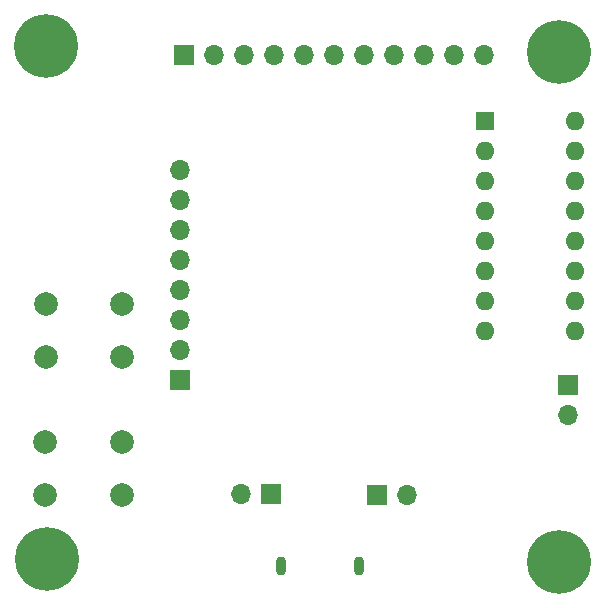
<source format=gbs>
G04 #@! TF.GenerationSoftware,KiCad,Pcbnew,8.0.7-8.0.7-0~ubuntu22.04.1*
G04 #@! TF.CreationDate,2025-01-30T21:49:18+01:00*
G04 #@! TF.ProjectId,linefollower_pcb,6c696e65-666f-46c6-9c6f-7765725f7063,rev?*
G04 #@! TF.SameCoordinates,Original*
G04 #@! TF.FileFunction,Soldermask,Bot*
G04 #@! TF.FilePolarity,Negative*
%FSLAX46Y46*%
G04 Gerber Fmt 4.6, Leading zero omitted, Abs format (unit mm)*
G04 Created by KiCad (PCBNEW 8.0.7-8.0.7-0~ubuntu22.04.1) date 2025-01-30 21:49:18*
%MOMM*%
%LPD*%
G01*
G04 APERTURE LIST*
%ADD10R,1.700000X1.700000*%
%ADD11O,1.700000X1.700000*%
%ADD12O,0.900000X1.600000*%
%ADD13C,0.800000*%
%ADD14C,5.400000*%
%ADD15R,1.600000X1.600000*%
%ADD16O,1.600000X1.600000*%
%ADD17C,2.000000*%
G04 APERTURE END LIST*
D10*
X90960000Y-116600000D03*
D11*
X93500000Y-116600000D03*
D12*
X82850000Y-122550000D03*
X89450000Y-122550000D03*
D10*
X82000000Y-116500000D03*
D11*
X79460000Y-116500000D03*
D10*
X74640000Y-79300000D03*
D11*
X77180000Y-79300000D03*
X79720000Y-79300000D03*
X82260000Y-79300000D03*
X84800000Y-79300000D03*
X87340000Y-79300000D03*
X89880000Y-79300000D03*
X92420000Y-79300000D03*
X94960000Y-79300000D03*
X97500000Y-79300000D03*
X100040000Y-79300000D03*
D13*
X60925000Y-78600000D03*
X61518109Y-77168109D03*
X61518109Y-80031891D03*
X62950000Y-76575000D03*
D14*
X62950000Y-78600000D03*
D13*
X62950000Y-80625000D03*
X64381891Y-77168109D03*
X64381891Y-80031891D03*
X64975000Y-78600000D03*
D15*
X100100000Y-84870000D03*
D16*
X100100000Y-87410000D03*
X100100000Y-89950000D03*
X100100000Y-92490000D03*
X100100000Y-95030000D03*
X100100000Y-97570000D03*
X100100000Y-100110000D03*
X100100000Y-102650000D03*
X107720000Y-102650000D03*
X107720000Y-100110000D03*
X107720000Y-97570000D03*
X107720000Y-95030000D03*
X107720000Y-92490000D03*
X107720000Y-89950000D03*
X107720000Y-87410000D03*
X107720000Y-84870000D03*
D10*
X74250000Y-106875000D03*
D11*
X74250000Y-104335000D03*
X74250000Y-101795000D03*
X74250000Y-99255000D03*
X74250000Y-96715000D03*
X74250000Y-94175000D03*
X74250000Y-91635000D03*
X74250000Y-89095000D03*
D10*
X107100000Y-107250000D03*
D11*
X107100000Y-109790000D03*
D13*
X104300000Y-79068109D03*
X104893109Y-77636218D03*
X104893109Y-80500000D03*
X106325000Y-77043109D03*
D14*
X106325000Y-79068109D03*
D13*
X106325000Y-81093109D03*
X107756891Y-77636218D03*
X107756891Y-80500000D03*
X108350000Y-79068109D03*
X104325000Y-122218109D03*
X104918109Y-120786218D03*
X104918109Y-123650000D03*
X106350000Y-120193109D03*
D14*
X106350000Y-122218109D03*
D13*
X106350000Y-124243109D03*
X107781891Y-120786218D03*
X107781891Y-123650000D03*
X108375000Y-122218109D03*
X60975000Y-122000000D03*
X61568109Y-120568109D03*
X61568109Y-123431891D03*
X63000000Y-119975000D03*
D14*
X63000000Y-122000000D03*
D13*
X63000000Y-124025000D03*
X64431891Y-120568109D03*
X64431891Y-123431891D03*
X65025000Y-122000000D03*
D17*
X62850000Y-112081128D03*
X69350000Y-112081128D03*
X62850000Y-116581128D03*
X69350000Y-116581128D03*
X62900000Y-100400000D03*
X69400000Y-100400000D03*
X62900000Y-104900000D03*
X69400000Y-104900000D03*
M02*

</source>
